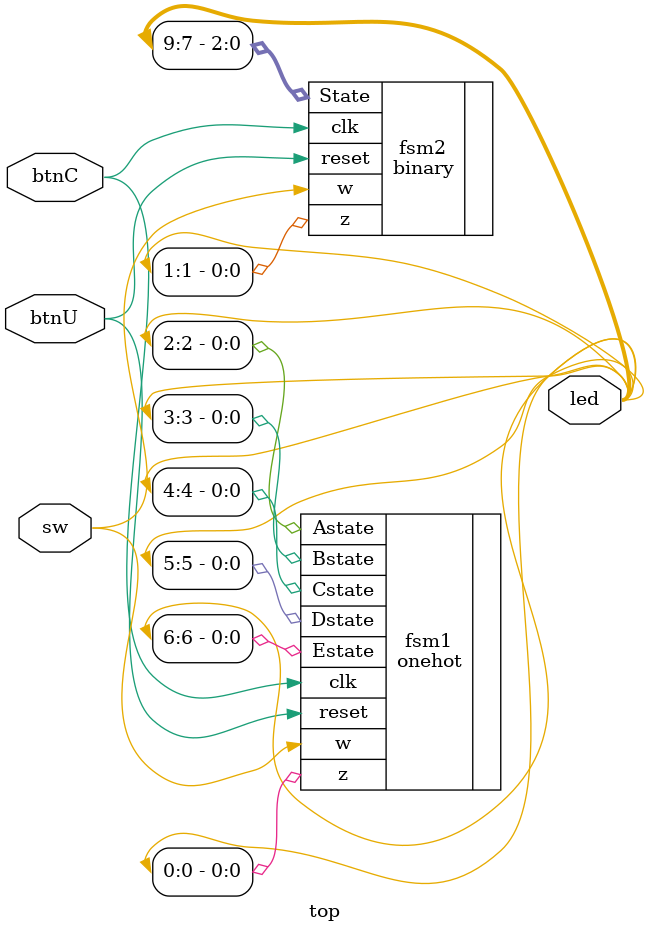
<source format=v>
module top(
    input sw, // w
    output [9:0] led, // see IO table
    input btnC, // clk
    input btnU // reset
);

    onehot fsm1(
		.w(sw),
		.clk(btnC),
		.reset(btnU),
		.z(led[0]),
		.Astate(led[2]),
		.Bstate(led[3]),
		.Cstate(led[4]),
		.Dstate(led[5]),
		.Estate(led[6])
	);
	
	binary fsm2(
		.w(sw),
		.clk(btnC),
		.reset(btnU),
		.z(led[1]),
		.State(led[9:7])
	);		

endmodule
</source>
